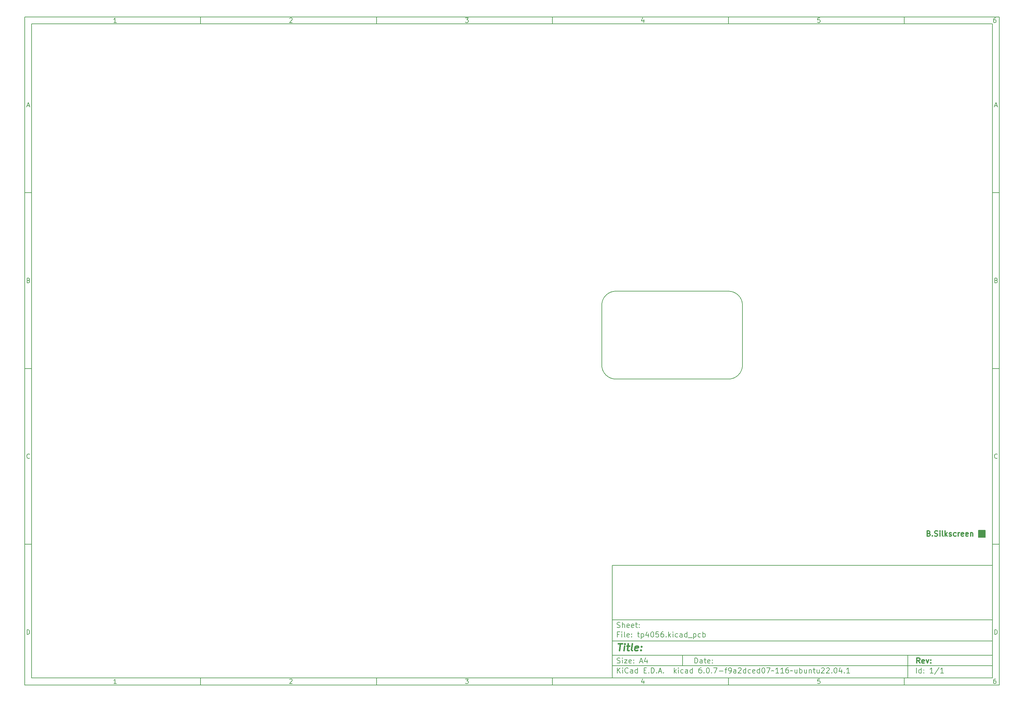
<source format=gbr>
%TF.GenerationSoftware,KiCad,Pcbnew,6.0.7-f9a2dced07~116~ubuntu22.04.1*%
%TF.CreationDate,2022-09-14T12:05:50-03:00*%
%TF.ProjectId,tp4056,74703430-3536-42e6-9b69-6361645f7063,rev?*%
%TF.SameCoordinates,Original*%
%TF.FileFunction,Legend,Bot*%
%TF.FilePolarity,Positive*%
%FSLAX46Y46*%
G04 Gerber Fmt 4.6, Leading zero omitted, Abs format (unit mm)*
G04 Created by KiCad (PCBNEW 6.0.7-f9a2dced07~116~ubuntu22.04.1) date 2022-09-14 12:05:50*
%MOMM*%
%LPD*%
G01*
G04 APERTURE LIST*
%ADD10C,0.100000*%
%ADD11C,0.150000*%
%ADD12C,0.300000*%
%ADD13C,0.400000*%
%TA.AperFunction,Profile*%
%ADD14C,0.150000*%
%TD*%
G04 APERTURE END LIST*
D10*
D11*
X177002200Y-166007200D02*
X177002200Y-198007200D01*
X285002200Y-198007200D01*
X285002200Y-166007200D01*
X177002200Y-166007200D01*
D10*
D11*
X10000000Y-10000000D02*
X10000000Y-200007200D01*
X287002200Y-200007200D01*
X287002200Y-10000000D01*
X10000000Y-10000000D01*
D10*
D11*
X12000000Y-12000000D02*
X12000000Y-198007200D01*
X285002200Y-198007200D01*
X285002200Y-12000000D01*
X12000000Y-12000000D01*
D10*
D11*
X60000000Y-12000000D02*
X60000000Y-10000000D01*
D10*
D11*
X110000000Y-12000000D02*
X110000000Y-10000000D01*
D10*
D11*
X160000000Y-12000000D02*
X160000000Y-10000000D01*
D10*
D11*
X210000000Y-12000000D02*
X210000000Y-10000000D01*
D10*
D11*
X260000000Y-12000000D02*
X260000000Y-10000000D01*
D10*
D11*
X36065476Y-11588095D02*
X35322619Y-11588095D01*
X35694047Y-11588095D02*
X35694047Y-10288095D01*
X35570238Y-10473809D01*
X35446428Y-10597619D01*
X35322619Y-10659523D01*
D10*
D11*
X85322619Y-10411904D02*
X85384523Y-10350000D01*
X85508333Y-10288095D01*
X85817857Y-10288095D01*
X85941666Y-10350000D01*
X86003571Y-10411904D01*
X86065476Y-10535714D01*
X86065476Y-10659523D01*
X86003571Y-10845238D01*
X85260714Y-11588095D01*
X86065476Y-11588095D01*
D10*
D11*
X135260714Y-10288095D02*
X136065476Y-10288095D01*
X135632142Y-10783333D01*
X135817857Y-10783333D01*
X135941666Y-10845238D01*
X136003571Y-10907142D01*
X136065476Y-11030952D01*
X136065476Y-11340476D01*
X136003571Y-11464285D01*
X135941666Y-11526190D01*
X135817857Y-11588095D01*
X135446428Y-11588095D01*
X135322619Y-11526190D01*
X135260714Y-11464285D01*
D10*
D11*
X185941666Y-10721428D02*
X185941666Y-11588095D01*
X185632142Y-10226190D02*
X185322619Y-11154761D01*
X186127380Y-11154761D01*
D10*
D11*
X236003571Y-10288095D02*
X235384523Y-10288095D01*
X235322619Y-10907142D01*
X235384523Y-10845238D01*
X235508333Y-10783333D01*
X235817857Y-10783333D01*
X235941666Y-10845238D01*
X236003571Y-10907142D01*
X236065476Y-11030952D01*
X236065476Y-11340476D01*
X236003571Y-11464285D01*
X235941666Y-11526190D01*
X235817857Y-11588095D01*
X235508333Y-11588095D01*
X235384523Y-11526190D01*
X235322619Y-11464285D01*
D10*
D11*
X285941666Y-10288095D02*
X285694047Y-10288095D01*
X285570238Y-10350000D01*
X285508333Y-10411904D01*
X285384523Y-10597619D01*
X285322619Y-10845238D01*
X285322619Y-11340476D01*
X285384523Y-11464285D01*
X285446428Y-11526190D01*
X285570238Y-11588095D01*
X285817857Y-11588095D01*
X285941666Y-11526190D01*
X286003571Y-11464285D01*
X286065476Y-11340476D01*
X286065476Y-11030952D01*
X286003571Y-10907142D01*
X285941666Y-10845238D01*
X285817857Y-10783333D01*
X285570238Y-10783333D01*
X285446428Y-10845238D01*
X285384523Y-10907142D01*
X285322619Y-11030952D01*
D10*
D11*
X60000000Y-198007200D02*
X60000000Y-200007200D01*
D10*
D11*
X110000000Y-198007200D02*
X110000000Y-200007200D01*
D10*
D11*
X160000000Y-198007200D02*
X160000000Y-200007200D01*
D10*
D11*
X210000000Y-198007200D02*
X210000000Y-200007200D01*
D10*
D11*
X260000000Y-198007200D02*
X260000000Y-200007200D01*
D10*
D11*
X36065476Y-199595295D02*
X35322619Y-199595295D01*
X35694047Y-199595295D02*
X35694047Y-198295295D01*
X35570238Y-198481009D01*
X35446428Y-198604819D01*
X35322619Y-198666723D01*
D10*
D11*
X85322619Y-198419104D02*
X85384523Y-198357200D01*
X85508333Y-198295295D01*
X85817857Y-198295295D01*
X85941666Y-198357200D01*
X86003571Y-198419104D01*
X86065476Y-198542914D01*
X86065476Y-198666723D01*
X86003571Y-198852438D01*
X85260714Y-199595295D01*
X86065476Y-199595295D01*
D10*
D11*
X135260714Y-198295295D02*
X136065476Y-198295295D01*
X135632142Y-198790533D01*
X135817857Y-198790533D01*
X135941666Y-198852438D01*
X136003571Y-198914342D01*
X136065476Y-199038152D01*
X136065476Y-199347676D01*
X136003571Y-199471485D01*
X135941666Y-199533390D01*
X135817857Y-199595295D01*
X135446428Y-199595295D01*
X135322619Y-199533390D01*
X135260714Y-199471485D01*
D10*
D11*
X185941666Y-198728628D02*
X185941666Y-199595295D01*
X185632142Y-198233390D02*
X185322619Y-199161961D01*
X186127380Y-199161961D01*
D10*
D11*
X236003571Y-198295295D02*
X235384523Y-198295295D01*
X235322619Y-198914342D01*
X235384523Y-198852438D01*
X235508333Y-198790533D01*
X235817857Y-198790533D01*
X235941666Y-198852438D01*
X236003571Y-198914342D01*
X236065476Y-199038152D01*
X236065476Y-199347676D01*
X236003571Y-199471485D01*
X235941666Y-199533390D01*
X235817857Y-199595295D01*
X235508333Y-199595295D01*
X235384523Y-199533390D01*
X235322619Y-199471485D01*
D10*
D11*
X285941666Y-198295295D02*
X285694047Y-198295295D01*
X285570238Y-198357200D01*
X285508333Y-198419104D01*
X285384523Y-198604819D01*
X285322619Y-198852438D01*
X285322619Y-199347676D01*
X285384523Y-199471485D01*
X285446428Y-199533390D01*
X285570238Y-199595295D01*
X285817857Y-199595295D01*
X285941666Y-199533390D01*
X286003571Y-199471485D01*
X286065476Y-199347676D01*
X286065476Y-199038152D01*
X286003571Y-198914342D01*
X285941666Y-198852438D01*
X285817857Y-198790533D01*
X285570238Y-198790533D01*
X285446428Y-198852438D01*
X285384523Y-198914342D01*
X285322619Y-199038152D01*
D10*
D11*
X10000000Y-60000000D02*
X12000000Y-60000000D01*
D10*
D11*
X10000000Y-110000000D02*
X12000000Y-110000000D01*
D10*
D11*
X10000000Y-160000000D02*
X12000000Y-160000000D01*
D10*
D11*
X10690476Y-35216666D02*
X11309523Y-35216666D01*
X10566666Y-35588095D02*
X11000000Y-34288095D01*
X11433333Y-35588095D01*
D10*
D11*
X11092857Y-84907142D02*
X11278571Y-84969047D01*
X11340476Y-85030952D01*
X11402380Y-85154761D01*
X11402380Y-85340476D01*
X11340476Y-85464285D01*
X11278571Y-85526190D01*
X11154761Y-85588095D01*
X10659523Y-85588095D01*
X10659523Y-84288095D01*
X11092857Y-84288095D01*
X11216666Y-84350000D01*
X11278571Y-84411904D01*
X11340476Y-84535714D01*
X11340476Y-84659523D01*
X11278571Y-84783333D01*
X11216666Y-84845238D01*
X11092857Y-84907142D01*
X10659523Y-84907142D01*
D10*
D11*
X11402380Y-135464285D02*
X11340476Y-135526190D01*
X11154761Y-135588095D01*
X11030952Y-135588095D01*
X10845238Y-135526190D01*
X10721428Y-135402380D01*
X10659523Y-135278571D01*
X10597619Y-135030952D01*
X10597619Y-134845238D01*
X10659523Y-134597619D01*
X10721428Y-134473809D01*
X10845238Y-134350000D01*
X11030952Y-134288095D01*
X11154761Y-134288095D01*
X11340476Y-134350000D01*
X11402380Y-134411904D01*
D10*
D11*
X10659523Y-185588095D02*
X10659523Y-184288095D01*
X10969047Y-184288095D01*
X11154761Y-184350000D01*
X11278571Y-184473809D01*
X11340476Y-184597619D01*
X11402380Y-184845238D01*
X11402380Y-185030952D01*
X11340476Y-185278571D01*
X11278571Y-185402380D01*
X11154761Y-185526190D01*
X10969047Y-185588095D01*
X10659523Y-185588095D01*
D10*
D11*
X287002200Y-60000000D02*
X285002200Y-60000000D01*
D10*
D11*
X287002200Y-110000000D02*
X285002200Y-110000000D01*
D10*
D11*
X287002200Y-160000000D02*
X285002200Y-160000000D01*
D10*
D11*
X285692676Y-35216666D02*
X286311723Y-35216666D01*
X285568866Y-35588095D02*
X286002200Y-34288095D01*
X286435533Y-35588095D01*
D10*
D11*
X286095057Y-84907142D02*
X286280771Y-84969047D01*
X286342676Y-85030952D01*
X286404580Y-85154761D01*
X286404580Y-85340476D01*
X286342676Y-85464285D01*
X286280771Y-85526190D01*
X286156961Y-85588095D01*
X285661723Y-85588095D01*
X285661723Y-84288095D01*
X286095057Y-84288095D01*
X286218866Y-84350000D01*
X286280771Y-84411904D01*
X286342676Y-84535714D01*
X286342676Y-84659523D01*
X286280771Y-84783333D01*
X286218866Y-84845238D01*
X286095057Y-84907142D01*
X285661723Y-84907142D01*
D10*
D11*
X286404580Y-135464285D02*
X286342676Y-135526190D01*
X286156961Y-135588095D01*
X286033152Y-135588095D01*
X285847438Y-135526190D01*
X285723628Y-135402380D01*
X285661723Y-135278571D01*
X285599819Y-135030952D01*
X285599819Y-134845238D01*
X285661723Y-134597619D01*
X285723628Y-134473809D01*
X285847438Y-134350000D01*
X286033152Y-134288095D01*
X286156961Y-134288095D01*
X286342676Y-134350000D01*
X286404580Y-134411904D01*
D10*
D11*
X285661723Y-185588095D02*
X285661723Y-184288095D01*
X285971247Y-184288095D01*
X286156961Y-184350000D01*
X286280771Y-184473809D01*
X286342676Y-184597619D01*
X286404580Y-184845238D01*
X286404580Y-185030952D01*
X286342676Y-185278571D01*
X286280771Y-185402380D01*
X286156961Y-185526190D01*
X285971247Y-185588095D01*
X285661723Y-185588095D01*
D10*
D11*
X200434342Y-193785771D02*
X200434342Y-192285771D01*
X200791485Y-192285771D01*
X201005771Y-192357200D01*
X201148628Y-192500057D01*
X201220057Y-192642914D01*
X201291485Y-192928628D01*
X201291485Y-193142914D01*
X201220057Y-193428628D01*
X201148628Y-193571485D01*
X201005771Y-193714342D01*
X200791485Y-193785771D01*
X200434342Y-193785771D01*
X202577200Y-193785771D02*
X202577200Y-193000057D01*
X202505771Y-192857200D01*
X202362914Y-192785771D01*
X202077200Y-192785771D01*
X201934342Y-192857200D01*
X202577200Y-193714342D02*
X202434342Y-193785771D01*
X202077200Y-193785771D01*
X201934342Y-193714342D01*
X201862914Y-193571485D01*
X201862914Y-193428628D01*
X201934342Y-193285771D01*
X202077200Y-193214342D01*
X202434342Y-193214342D01*
X202577200Y-193142914D01*
X203077200Y-192785771D02*
X203648628Y-192785771D01*
X203291485Y-192285771D02*
X203291485Y-193571485D01*
X203362914Y-193714342D01*
X203505771Y-193785771D01*
X203648628Y-193785771D01*
X204720057Y-193714342D02*
X204577200Y-193785771D01*
X204291485Y-193785771D01*
X204148628Y-193714342D01*
X204077200Y-193571485D01*
X204077200Y-193000057D01*
X204148628Y-192857200D01*
X204291485Y-192785771D01*
X204577200Y-192785771D01*
X204720057Y-192857200D01*
X204791485Y-193000057D01*
X204791485Y-193142914D01*
X204077200Y-193285771D01*
X205434342Y-193642914D02*
X205505771Y-193714342D01*
X205434342Y-193785771D01*
X205362914Y-193714342D01*
X205434342Y-193642914D01*
X205434342Y-193785771D01*
X205434342Y-192857200D02*
X205505771Y-192928628D01*
X205434342Y-193000057D01*
X205362914Y-192928628D01*
X205434342Y-192857200D01*
X205434342Y-193000057D01*
D10*
D11*
X177002200Y-194507200D02*
X285002200Y-194507200D01*
D10*
D11*
X178434342Y-196585771D02*
X178434342Y-195085771D01*
X179291485Y-196585771D02*
X178648628Y-195728628D01*
X179291485Y-195085771D02*
X178434342Y-195942914D01*
X179934342Y-196585771D02*
X179934342Y-195585771D01*
X179934342Y-195085771D02*
X179862914Y-195157200D01*
X179934342Y-195228628D01*
X180005771Y-195157200D01*
X179934342Y-195085771D01*
X179934342Y-195228628D01*
X181505771Y-196442914D02*
X181434342Y-196514342D01*
X181220057Y-196585771D01*
X181077200Y-196585771D01*
X180862914Y-196514342D01*
X180720057Y-196371485D01*
X180648628Y-196228628D01*
X180577200Y-195942914D01*
X180577200Y-195728628D01*
X180648628Y-195442914D01*
X180720057Y-195300057D01*
X180862914Y-195157200D01*
X181077200Y-195085771D01*
X181220057Y-195085771D01*
X181434342Y-195157200D01*
X181505771Y-195228628D01*
X182791485Y-196585771D02*
X182791485Y-195800057D01*
X182720057Y-195657200D01*
X182577200Y-195585771D01*
X182291485Y-195585771D01*
X182148628Y-195657200D01*
X182791485Y-196514342D02*
X182648628Y-196585771D01*
X182291485Y-196585771D01*
X182148628Y-196514342D01*
X182077200Y-196371485D01*
X182077200Y-196228628D01*
X182148628Y-196085771D01*
X182291485Y-196014342D01*
X182648628Y-196014342D01*
X182791485Y-195942914D01*
X184148628Y-196585771D02*
X184148628Y-195085771D01*
X184148628Y-196514342D02*
X184005771Y-196585771D01*
X183720057Y-196585771D01*
X183577200Y-196514342D01*
X183505771Y-196442914D01*
X183434342Y-196300057D01*
X183434342Y-195871485D01*
X183505771Y-195728628D01*
X183577200Y-195657200D01*
X183720057Y-195585771D01*
X184005771Y-195585771D01*
X184148628Y-195657200D01*
X186005771Y-195800057D02*
X186505771Y-195800057D01*
X186720057Y-196585771D02*
X186005771Y-196585771D01*
X186005771Y-195085771D01*
X186720057Y-195085771D01*
X187362914Y-196442914D02*
X187434342Y-196514342D01*
X187362914Y-196585771D01*
X187291485Y-196514342D01*
X187362914Y-196442914D01*
X187362914Y-196585771D01*
X188077200Y-196585771D02*
X188077200Y-195085771D01*
X188434342Y-195085771D01*
X188648628Y-195157200D01*
X188791485Y-195300057D01*
X188862914Y-195442914D01*
X188934342Y-195728628D01*
X188934342Y-195942914D01*
X188862914Y-196228628D01*
X188791485Y-196371485D01*
X188648628Y-196514342D01*
X188434342Y-196585771D01*
X188077200Y-196585771D01*
X189577200Y-196442914D02*
X189648628Y-196514342D01*
X189577200Y-196585771D01*
X189505771Y-196514342D01*
X189577200Y-196442914D01*
X189577200Y-196585771D01*
X190220057Y-196157200D02*
X190934342Y-196157200D01*
X190077200Y-196585771D02*
X190577200Y-195085771D01*
X191077200Y-196585771D01*
X191577200Y-196442914D02*
X191648628Y-196514342D01*
X191577200Y-196585771D01*
X191505771Y-196514342D01*
X191577200Y-196442914D01*
X191577200Y-196585771D01*
X194577200Y-196585771D02*
X194577200Y-195085771D01*
X194720057Y-196014342D02*
X195148628Y-196585771D01*
X195148628Y-195585771D02*
X194577200Y-196157200D01*
X195791485Y-196585771D02*
X195791485Y-195585771D01*
X195791485Y-195085771D02*
X195720057Y-195157200D01*
X195791485Y-195228628D01*
X195862914Y-195157200D01*
X195791485Y-195085771D01*
X195791485Y-195228628D01*
X197148628Y-196514342D02*
X197005771Y-196585771D01*
X196720057Y-196585771D01*
X196577200Y-196514342D01*
X196505771Y-196442914D01*
X196434342Y-196300057D01*
X196434342Y-195871485D01*
X196505771Y-195728628D01*
X196577200Y-195657200D01*
X196720057Y-195585771D01*
X197005771Y-195585771D01*
X197148628Y-195657200D01*
X198434342Y-196585771D02*
X198434342Y-195800057D01*
X198362914Y-195657200D01*
X198220057Y-195585771D01*
X197934342Y-195585771D01*
X197791485Y-195657200D01*
X198434342Y-196514342D02*
X198291485Y-196585771D01*
X197934342Y-196585771D01*
X197791485Y-196514342D01*
X197720057Y-196371485D01*
X197720057Y-196228628D01*
X197791485Y-196085771D01*
X197934342Y-196014342D01*
X198291485Y-196014342D01*
X198434342Y-195942914D01*
X199791485Y-196585771D02*
X199791485Y-195085771D01*
X199791485Y-196514342D02*
X199648628Y-196585771D01*
X199362914Y-196585771D01*
X199220057Y-196514342D01*
X199148628Y-196442914D01*
X199077200Y-196300057D01*
X199077200Y-195871485D01*
X199148628Y-195728628D01*
X199220057Y-195657200D01*
X199362914Y-195585771D01*
X199648628Y-195585771D01*
X199791485Y-195657200D01*
X202291485Y-195085771D02*
X202005771Y-195085771D01*
X201862914Y-195157200D01*
X201791485Y-195228628D01*
X201648628Y-195442914D01*
X201577200Y-195728628D01*
X201577200Y-196300057D01*
X201648628Y-196442914D01*
X201720057Y-196514342D01*
X201862914Y-196585771D01*
X202148628Y-196585771D01*
X202291485Y-196514342D01*
X202362914Y-196442914D01*
X202434342Y-196300057D01*
X202434342Y-195942914D01*
X202362914Y-195800057D01*
X202291485Y-195728628D01*
X202148628Y-195657200D01*
X201862914Y-195657200D01*
X201720057Y-195728628D01*
X201648628Y-195800057D01*
X201577200Y-195942914D01*
X203077200Y-196442914D02*
X203148628Y-196514342D01*
X203077200Y-196585771D01*
X203005771Y-196514342D01*
X203077200Y-196442914D01*
X203077200Y-196585771D01*
X204077200Y-195085771D02*
X204220057Y-195085771D01*
X204362914Y-195157200D01*
X204434342Y-195228628D01*
X204505771Y-195371485D01*
X204577200Y-195657200D01*
X204577200Y-196014342D01*
X204505771Y-196300057D01*
X204434342Y-196442914D01*
X204362914Y-196514342D01*
X204220057Y-196585771D01*
X204077200Y-196585771D01*
X203934342Y-196514342D01*
X203862914Y-196442914D01*
X203791485Y-196300057D01*
X203720057Y-196014342D01*
X203720057Y-195657200D01*
X203791485Y-195371485D01*
X203862914Y-195228628D01*
X203934342Y-195157200D01*
X204077200Y-195085771D01*
X205220057Y-196442914D02*
X205291485Y-196514342D01*
X205220057Y-196585771D01*
X205148628Y-196514342D01*
X205220057Y-196442914D01*
X205220057Y-196585771D01*
X205791485Y-195085771D02*
X206791485Y-195085771D01*
X206148628Y-196585771D01*
X207362914Y-196014342D02*
X208505771Y-196014342D01*
X209005771Y-195585771D02*
X209577200Y-195585771D01*
X209220057Y-196585771D02*
X209220057Y-195300057D01*
X209291485Y-195157200D01*
X209434342Y-195085771D01*
X209577200Y-195085771D01*
X210148628Y-196585771D02*
X210434342Y-196585771D01*
X210577200Y-196514342D01*
X210648628Y-196442914D01*
X210791485Y-196228628D01*
X210862914Y-195942914D01*
X210862914Y-195371485D01*
X210791485Y-195228628D01*
X210720057Y-195157200D01*
X210577200Y-195085771D01*
X210291485Y-195085771D01*
X210148628Y-195157200D01*
X210077200Y-195228628D01*
X210005771Y-195371485D01*
X210005771Y-195728628D01*
X210077200Y-195871485D01*
X210148628Y-195942914D01*
X210291485Y-196014342D01*
X210577200Y-196014342D01*
X210720057Y-195942914D01*
X210791485Y-195871485D01*
X210862914Y-195728628D01*
X212148628Y-196585771D02*
X212148628Y-195800057D01*
X212077200Y-195657200D01*
X211934342Y-195585771D01*
X211648628Y-195585771D01*
X211505771Y-195657200D01*
X212148628Y-196514342D02*
X212005771Y-196585771D01*
X211648628Y-196585771D01*
X211505771Y-196514342D01*
X211434342Y-196371485D01*
X211434342Y-196228628D01*
X211505771Y-196085771D01*
X211648628Y-196014342D01*
X212005771Y-196014342D01*
X212148628Y-195942914D01*
X212791485Y-195228628D02*
X212862914Y-195157200D01*
X213005771Y-195085771D01*
X213362914Y-195085771D01*
X213505771Y-195157200D01*
X213577200Y-195228628D01*
X213648628Y-195371485D01*
X213648628Y-195514342D01*
X213577200Y-195728628D01*
X212720057Y-196585771D01*
X213648628Y-196585771D01*
X214934342Y-196585771D02*
X214934342Y-195085771D01*
X214934342Y-196514342D02*
X214791485Y-196585771D01*
X214505771Y-196585771D01*
X214362914Y-196514342D01*
X214291485Y-196442914D01*
X214220057Y-196300057D01*
X214220057Y-195871485D01*
X214291485Y-195728628D01*
X214362914Y-195657200D01*
X214505771Y-195585771D01*
X214791485Y-195585771D01*
X214934342Y-195657200D01*
X216291485Y-196514342D02*
X216148628Y-196585771D01*
X215862914Y-196585771D01*
X215720057Y-196514342D01*
X215648628Y-196442914D01*
X215577200Y-196300057D01*
X215577200Y-195871485D01*
X215648628Y-195728628D01*
X215720057Y-195657200D01*
X215862914Y-195585771D01*
X216148628Y-195585771D01*
X216291485Y-195657200D01*
X217505771Y-196514342D02*
X217362914Y-196585771D01*
X217077200Y-196585771D01*
X216934342Y-196514342D01*
X216862914Y-196371485D01*
X216862914Y-195800057D01*
X216934342Y-195657200D01*
X217077200Y-195585771D01*
X217362914Y-195585771D01*
X217505771Y-195657200D01*
X217577200Y-195800057D01*
X217577200Y-195942914D01*
X216862914Y-196085771D01*
X218862914Y-196585771D02*
X218862914Y-195085771D01*
X218862914Y-196514342D02*
X218720057Y-196585771D01*
X218434342Y-196585771D01*
X218291485Y-196514342D01*
X218220057Y-196442914D01*
X218148628Y-196300057D01*
X218148628Y-195871485D01*
X218220057Y-195728628D01*
X218291485Y-195657200D01*
X218434342Y-195585771D01*
X218720057Y-195585771D01*
X218862914Y-195657200D01*
X219862914Y-195085771D02*
X220005771Y-195085771D01*
X220148628Y-195157200D01*
X220220057Y-195228628D01*
X220291485Y-195371485D01*
X220362914Y-195657200D01*
X220362914Y-196014342D01*
X220291485Y-196300057D01*
X220220057Y-196442914D01*
X220148628Y-196514342D01*
X220005771Y-196585771D01*
X219862914Y-196585771D01*
X219720057Y-196514342D01*
X219648628Y-196442914D01*
X219577200Y-196300057D01*
X219505771Y-196014342D01*
X219505771Y-195657200D01*
X219577200Y-195371485D01*
X219648628Y-195228628D01*
X219720057Y-195157200D01*
X219862914Y-195085771D01*
X220862914Y-195085771D02*
X221862914Y-195085771D01*
X221220057Y-196585771D01*
X222220057Y-196014342D02*
X222291485Y-195942914D01*
X222434342Y-195871485D01*
X222720057Y-196014342D01*
X222862914Y-195942914D01*
X222934342Y-195871485D01*
X224291485Y-196585771D02*
X223434342Y-196585771D01*
X223862914Y-196585771D02*
X223862914Y-195085771D01*
X223720057Y-195300057D01*
X223577200Y-195442914D01*
X223434342Y-195514342D01*
X225720057Y-196585771D02*
X224862914Y-196585771D01*
X225291485Y-196585771D02*
X225291485Y-195085771D01*
X225148628Y-195300057D01*
X225005771Y-195442914D01*
X224862914Y-195514342D01*
X227005771Y-195085771D02*
X226720057Y-195085771D01*
X226577200Y-195157200D01*
X226505771Y-195228628D01*
X226362914Y-195442914D01*
X226291485Y-195728628D01*
X226291485Y-196300057D01*
X226362914Y-196442914D01*
X226434342Y-196514342D01*
X226577200Y-196585771D01*
X226862914Y-196585771D01*
X227005771Y-196514342D01*
X227077200Y-196442914D01*
X227148628Y-196300057D01*
X227148628Y-195942914D01*
X227077200Y-195800057D01*
X227005771Y-195728628D01*
X226862914Y-195657200D01*
X226577200Y-195657200D01*
X226434342Y-195728628D01*
X226362914Y-195800057D01*
X226291485Y-195942914D01*
X227577199Y-196014342D02*
X227648628Y-195942914D01*
X227791485Y-195871485D01*
X228077199Y-196014342D01*
X228220057Y-195942914D01*
X228291485Y-195871485D01*
X229505771Y-195585771D02*
X229505771Y-196585771D01*
X228862914Y-195585771D02*
X228862914Y-196371485D01*
X228934342Y-196514342D01*
X229077200Y-196585771D01*
X229291485Y-196585771D01*
X229434342Y-196514342D01*
X229505771Y-196442914D01*
X230220057Y-196585771D02*
X230220057Y-195085771D01*
X230220057Y-195657200D02*
X230362914Y-195585771D01*
X230648628Y-195585771D01*
X230791485Y-195657200D01*
X230862914Y-195728628D01*
X230934342Y-195871485D01*
X230934342Y-196300057D01*
X230862914Y-196442914D01*
X230791485Y-196514342D01*
X230648628Y-196585771D01*
X230362914Y-196585771D01*
X230220057Y-196514342D01*
X232220057Y-195585771D02*
X232220057Y-196585771D01*
X231577200Y-195585771D02*
X231577200Y-196371485D01*
X231648628Y-196514342D01*
X231791485Y-196585771D01*
X232005771Y-196585771D01*
X232148628Y-196514342D01*
X232220057Y-196442914D01*
X232934342Y-195585771D02*
X232934342Y-196585771D01*
X232934342Y-195728628D02*
X233005771Y-195657200D01*
X233148628Y-195585771D01*
X233362914Y-195585771D01*
X233505771Y-195657200D01*
X233577200Y-195800057D01*
X233577200Y-196585771D01*
X234077200Y-195585771D02*
X234648628Y-195585771D01*
X234291485Y-195085771D02*
X234291485Y-196371485D01*
X234362914Y-196514342D01*
X234505771Y-196585771D01*
X234648628Y-196585771D01*
X235791485Y-195585771D02*
X235791485Y-196585771D01*
X235148628Y-195585771D02*
X235148628Y-196371485D01*
X235220057Y-196514342D01*
X235362914Y-196585771D01*
X235577200Y-196585771D01*
X235720057Y-196514342D01*
X235791485Y-196442914D01*
X236434342Y-195228628D02*
X236505771Y-195157200D01*
X236648628Y-195085771D01*
X237005771Y-195085771D01*
X237148628Y-195157200D01*
X237220057Y-195228628D01*
X237291485Y-195371485D01*
X237291485Y-195514342D01*
X237220057Y-195728628D01*
X236362914Y-196585771D01*
X237291485Y-196585771D01*
X237862914Y-195228628D02*
X237934342Y-195157200D01*
X238077200Y-195085771D01*
X238434342Y-195085771D01*
X238577200Y-195157200D01*
X238648628Y-195228628D01*
X238720057Y-195371485D01*
X238720057Y-195514342D01*
X238648628Y-195728628D01*
X237791485Y-196585771D01*
X238720057Y-196585771D01*
X239362914Y-196442914D02*
X239434342Y-196514342D01*
X239362914Y-196585771D01*
X239291485Y-196514342D01*
X239362914Y-196442914D01*
X239362914Y-196585771D01*
X240362914Y-195085771D02*
X240505771Y-195085771D01*
X240648628Y-195157200D01*
X240720057Y-195228628D01*
X240791485Y-195371485D01*
X240862914Y-195657200D01*
X240862914Y-196014342D01*
X240791485Y-196300057D01*
X240720057Y-196442914D01*
X240648628Y-196514342D01*
X240505771Y-196585771D01*
X240362914Y-196585771D01*
X240220057Y-196514342D01*
X240148628Y-196442914D01*
X240077200Y-196300057D01*
X240005771Y-196014342D01*
X240005771Y-195657200D01*
X240077200Y-195371485D01*
X240148628Y-195228628D01*
X240220057Y-195157200D01*
X240362914Y-195085771D01*
X242148628Y-195585771D02*
X242148628Y-196585771D01*
X241791485Y-195014342D02*
X241434342Y-196085771D01*
X242362914Y-196085771D01*
X242934342Y-196442914D02*
X243005771Y-196514342D01*
X242934342Y-196585771D01*
X242862914Y-196514342D01*
X242934342Y-196442914D01*
X242934342Y-196585771D01*
X244434342Y-196585771D02*
X243577199Y-196585771D01*
X244005771Y-196585771D02*
X244005771Y-195085771D01*
X243862914Y-195300057D01*
X243720057Y-195442914D01*
X243577199Y-195514342D01*
D10*
D11*
X177002200Y-191507200D02*
X285002200Y-191507200D01*
D10*
D12*
X264411485Y-193785771D02*
X263911485Y-193071485D01*
X263554342Y-193785771D02*
X263554342Y-192285771D01*
X264125771Y-192285771D01*
X264268628Y-192357200D01*
X264340057Y-192428628D01*
X264411485Y-192571485D01*
X264411485Y-192785771D01*
X264340057Y-192928628D01*
X264268628Y-193000057D01*
X264125771Y-193071485D01*
X263554342Y-193071485D01*
X265625771Y-193714342D02*
X265482914Y-193785771D01*
X265197200Y-193785771D01*
X265054342Y-193714342D01*
X264982914Y-193571485D01*
X264982914Y-193000057D01*
X265054342Y-192857200D01*
X265197200Y-192785771D01*
X265482914Y-192785771D01*
X265625771Y-192857200D01*
X265697200Y-193000057D01*
X265697200Y-193142914D01*
X264982914Y-193285771D01*
X266197200Y-192785771D02*
X266554342Y-193785771D01*
X266911485Y-192785771D01*
X267482914Y-193642914D02*
X267554342Y-193714342D01*
X267482914Y-193785771D01*
X267411485Y-193714342D01*
X267482914Y-193642914D01*
X267482914Y-193785771D01*
X267482914Y-192857200D02*
X267554342Y-192928628D01*
X267482914Y-193000057D01*
X267411485Y-192928628D01*
X267482914Y-192857200D01*
X267482914Y-193000057D01*
D10*
D11*
X178362914Y-193714342D02*
X178577200Y-193785771D01*
X178934342Y-193785771D01*
X179077200Y-193714342D01*
X179148628Y-193642914D01*
X179220057Y-193500057D01*
X179220057Y-193357200D01*
X179148628Y-193214342D01*
X179077200Y-193142914D01*
X178934342Y-193071485D01*
X178648628Y-193000057D01*
X178505771Y-192928628D01*
X178434342Y-192857200D01*
X178362914Y-192714342D01*
X178362914Y-192571485D01*
X178434342Y-192428628D01*
X178505771Y-192357200D01*
X178648628Y-192285771D01*
X179005771Y-192285771D01*
X179220057Y-192357200D01*
X179862914Y-193785771D02*
X179862914Y-192785771D01*
X179862914Y-192285771D02*
X179791485Y-192357200D01*
X179862914Y-192428628D01*
X179934342Y-192357200D01*
X179862914Y-192285771D01*
X179862914Y-192428628D01*
X180434342Y-192785771D02*
X181220057Y-192785771D01*
X180434342Y-193785771D01*
X181220057Y-193785771D01*
X182362914Y-193714342D02*
X182220057Y-193785771D01*
X181934342Y-193785771D01*
X181791485Y-193714342D01*
X181720057Y-193571485D01*
X181720057Y-193000057D01*
X181791485Y-192857200D01*
X181934342Y-192785771D01*
X182220057Y-192785771D01*
X182362914Y-192857200D01*
X182434342Y-193000057D01*
X182434342Y-193142914D01*
X181720057Y-193285771D01*
X183077200Y-193642914D02*
X183148628Y-193714342D01*
X183077200Y-193785771D01*
X183005771Y-193714342D01*
X183077200Y-193642914D01*
X183077200Y-193785771D01*
X183077200Y-192857200D02*
X183148628Y-192928628D01*
X183077200Y-193000057D01*
X183005771Y-192928628D01*
X183077200Y-192857200D01*
X183077200Y-193000057D01*
X184862914Y-193357200D02*
X185577200Y-193357200D01*
X184720057Y-193785771D02*
X185220057Y-192285771D01*
X185720057Y-193785771D01*
X186862914Y-192785771D02*
X186862914Y-193785771D01*
X186505771Y-192214342D02*
X186148628Y-193285771D01*
X187077200Y-193285771D01*
D10*
D11*
X263434342Y-196585771D02*
X263434342Y-195085771D01*
X264791485Y-196585771D02*
X264791485Y-195085771D01*
X264791485Y-196514342D02*
X264648628Y-196585771D01*
X264362914Y-196585771D01*
X264220057Y-196514342D01*
X264148628Y-196442914D01*
X264077200Y-196300057D01*
X264077200Y-195871485D01*
X264148628Y-195728628D01*
X264220057Y-195657200D01*
X264362914Y-195585771D01*
X264648628Y-195585771D01*
X264791485Y-195657200D01*
X265505771Y-196442914D02*
X265577200Y-196514342D01*
X265505771Y-196585771D01*
X265434342Y-196514342D01*
X265505771Y-196442914D01*
X265505771Y-196585771D01*
X265505771Y-195657200D02*
X265577200Y-195728628D01*
X265505771Y-195800057D01*
X265434342Y-195728628D01*
X265505771Y-195657200D01*
X265505771Y-195800057D01*
X268148628Y-196585771D02*
X267291485Y-196585771D01*
X267720057Y-196585771D02*
X267720057Y-195085771D01*
X267577200Y-195300057D01*
X267434342Y-195442914D01*
X267291485Y-195514342D01*
X269862914Y-195014342D02*
X268577200Y-196942914D01*
X271148628Y-196585771D02*
X270291485Y-196585771D01*
X270720057Y-196585771D02*
X270720057Y-195085771D01*
X270577200Y-195300057D01*
X270434342Y-195442914D01*
X270291485Y-195514342D01*
D10*
D11*
X177002200Y-187507200D02*
X285002200Y-187507200D01*
D10*
D13*
X178714580Y-188211961D02*
X179857438Y-188211961D01*
X179036009Y-190211961D02*
X179286009Y-188211961D01*
X180274104Y-190211961D02*
X180440771Y-188878628D01*
X180524104Y-188211961D02*
X180416961Y-188307200D01*
X180500295Y-188402438D01*
X180607438Y-188307200D01*
X180524104Y-188211961D01*
X180500295Y-188402438D01*
X181107438Y-188878628D02*
X181869342Y-188878628D01*
X181476485Y-188211961D02*
X181262200Y-189926247D01*
X181333628Y-190116723D01*
X181512200Y-190211961D01*
X181702676Y-190211961D01*
X182655057Y-190211961D02*
X182476485Y-190116723D01*
X182405057Y-189926247D01*
X182619342Y-188211961D01*
X184190771Y-190116723D02*
X183988390Y-190211961D01*
X183607438Y-190211961D01*
X183428866Y-190116723D01*
X183357438Y-189926247D01*
X183452676Y-189164342D01*
X183571723Y-188973866D01*
X183774104Y-188878628D01*
X184155057Y-188878628D01*
X184333628Y-188973866D01*
X184405057Y-189164342D01*
X184381247Y-189354819D01*
X183405057Y-189545295D01*
X185155057Y-190021485D02*
X185238390Y-190116723D01*
X185131247Y-190211961D01*
X185047914Y-190116723D01*
X185155057Y-190021485D01*
X185131247Y-190211961D01*
X185286009Y-188973866D02*
X185369342Y-189069104D01*
X185262200Y-189164342D01*
X185178866Y-189069104D01*
X185286009Y-188973866D01*
X185262200Y-189164342D01*
D10*
D11*
X178934342Y-185600057D02*
X178434342Y-185600057D01*
X178434342Y-186385771D02*
X178434342Y-184885771D01*
X179148628Y-184885771D01*
X179720057Y-186385771D02*
X179720057Y-185385771D01*
X179720057Y-184885771D02*
X179648628Y-184957200D01*
X179720057Y-185028628D01*
X179791485Y-184957200D01*
X179720057Y-184885771D01*
X179720057Y-185028628D01*
X180648628Y-186385771D02*
X180505771Y-186314342D01*
X180434342Y-186171485D01*
X180434342Y-184885771D01*
X181791485Y-186314342D02*
X181648628Y-186385771D01*
X181362914Y-186385771D01*
X181220057Y-186314342D01*
X181148628Y-186171485D01*
X181148628Y-185600057D01*
X181220057Y-185457200D01*
X181362914Y-185385771D01*
X181648628Y-185385771D01*
X181791485Y-185457200D01*
X181862914Y-185600057D01*
X181862914Y-185742914D01*
X181148628Y-185885771D01*
X182505771Y-186242914D02*
X182577200Y-186314342D01*
X182505771Y-186385771D01*
X182434342Y-186314342D01*
X182505771Y-186242914D01*
X182505771Y-186385771D01*
X182505771Y-185457200D02*
X182577200Y-185528628D01*
X182505771Y-185600057D01*
X182434342Y-185528628D01*
X182505771Y-185457200D01*
X182505771Y-185600057D01*
X184148628Y-185385771D02*
X184720057Y-185385771D01*
X184362914Y-184885771D02*
X184362914Y-186171485D01*
X184434342Y-186314342D01*
X184577200Y-186385771D01*
X184720057Y-186385771D01*
X185220057Y-185385771D02*
X185220057Y-186885771D01*
X185220057Y-185457200D02*
X185362914Y-185385771D01*
X185648628Y-185385771D01*
X185791485Y-185457200D01*
X185862914Y-185528628D01*
X185934342Y-185671485D01*
X185934342Y-186100057D01*
X185862914Y-186242914D01*
X185791485Y-186314342D01*
X185648628Y-186385771D01*
X185362914Y-186385771D01*
X185220057Y-186314342D01*
X187220057Y-185385771D02*
X187220057Y-186385771D01*
X186862914Y-184814342D02*
X186505771Y-185885771D01*
X187434342Y-185885771D01*
X188291485Y-184885771D02*
X188434342Y-184885771D01*
X188577200Y-184957200D01*
X188648628Y-185028628D01*
X188720057Y-185171485D01*
X188791485Y-185457200D01*
X188791485Y-185814342D01*
X188720057Y-186100057D01*
X188648628Y-186242914D01*
X188577200Y-186314342D01*
X188434342Y-186385771D01*
X188291485Y-186385771D01*
X188148628Y-186314342D01*
X188077200Y-186242914D01*
X188005771Y-186100057D01*
X187934342Y-185814342D01*
X187934342Y-185457200D01*
X188005771Y-185171485D01*
X188077200Y-185028628D01*
X188148628Y-184957200D01*
X188291485Y-184885771D01*
X190148628Y-184885771D02*
X189434342Y-184885771D01*
X189362914Y-185600057D01*
X189434342Y-185528628D01*
X189577200Y-185457200D01*
X189934342Y-185457200D01*
X190077200Y-185528628D01*
X190148628Y-185600057D01*
X190220057Y-185742914D01*
X190220057Y-186100057D01*
X190148628Y-186242914D01*
X190077200Y-186314342D01*
X189934342Y-186385771D01*
X189577200Y-186385771D01*
X189434342Y-186314342D01*
X189362914Y-186242914D01*
X191505771Y-184885771D02*
X191220057Y-184885771D01*
X191077200Y-184957200D01*
X191005771Y-185028628D01*
X190862914Y-185242914D01*
X190791485Y-185528628D01*
X190791485Y-186100057D01*
X190862914Y-186242914D01*
X190934342Y-186314342D01*
X191077200Y-186385771D01*
X191362914Y-186385771D01*
X191505771Y-186314342D01*
X191577200Y-186242914D01*
X191648628Y-186100057D01*
X191648628Y-185742914D01*
X191577200Y-185600057D01*
X191505771Y-185528628D01*
X191362914Y-185457200D01*
X191077200Y-185457200D01*
X190934342Y-185528628D01*
X190862914Y-185600057D01*
X190791485Y-185742914D01*
X192291485Y-186242914D02*
X192362914Y-186314342D01*
X192291485Y-186385771D01*
X192220057Y-186314342D01*
X192291485Y-186242914D01*
X192291485Y-186385771D01*
X193005771Y-186385771D02*
X193005771Y-184885771D01*
X193148628Y-185814342D02*
X193577200Y-186385771D01*
X193577200Y-185385771D02*
X193005771Y-185957200D01*
X194220057Y-186385771D02*
X194220057Y-185385771D01*
X194220057Y-184885771D02*
X194148628Y-184957200D01*
X194220057Y-185028628D01*
X194291485Y-184957200D01*
X194220057Y-184885771D01*
X194220057Y-185028628D01*
X195577200Y-186314342D02*
X195434342Y-186385771D01*
X195148628Y-186385771D01*
X195005771Y-186314342D01*
X194934342Y-186242914D01*
X194862914Y-186100057D01*
X194862914Y-185671485D01*
X194934342Y-185528628D01*
X195005771Y-185457200D01*
X195148628Y-185385771D01*
X195434342Y-185385771D01*
X195577200Y-185457200D01*
X196862914Y-186385771D02*
X196862914Y-185600057D01*
X196791485Y-185457200D01*
X196648628Y-185385771D01*
X196362914Y-185385771D01*
X196220057Y-185457200D01*
X196862914Y-186314342D02*
X196720057Y-186385771D01*
X196362914Y-186385771D01*
X196220057Y-186314342D01*
X196148628Y-186171485D01*
X196148628Y-186028628D01*
X196220057Y-185885771D01*
X196362914Y-185814342D01*
X196720057Y-185814342D01*
X196862914Y-185742914D01*
X198220057Y-186385771D02*
X198220057Y-184885771D01*
X198220057Y-186314342D02*
X198077200Y-186385771D01*
X197791485Y-186385771D01*
X197648628Y-186314342D01*
X197577200Y-186242914D01*
X197505771Y-186100057D01*
X197505771Y-185671485D01*
X197577200Y-185528628D01*
X197648628Y-185457200D01*
X197791485Y-185385771D01*
X198077200Y-185385771D01*
X198220057Y-185457200D01*
X198577200Y-186528628D02*
X199720057Y-186528628D01*
X200077200Y-185385771D02*
X200077200Y-186885771D01*
X200077200Y-185457200D02*
X200220057Y-185385771D01*
X200505771Y-185385771D01*
X200648628Y-185457200D01*
X200720057Y-185528628D01*
X200791485Y-185671485D01*
X200791485Y-186100057D01*
X200720057Y-186242914D01*
X200648628Y-186314342D01*
X200505771Y-186385771D01*
X200220057Y-186385771D01*
X200077200Y-186314342D01*
X202077200Y-186314342D02*
X201934342Y-186385771D01*
X201648628Y-186385771D01*
X201505771Y-186314342D01*
X201434342Y-186242914D01*
X201362914Y-186100057D01*
X201362914Y-185671485D01*
X201434342Y-185528628D01*
X201505771Y-185457200D01*
X201648628Y-185385771D01*
X201934342Y-185385771D01*
X202077200Y-185457200D01*
X202720057Y-186385771D02*
X202720057Y-184885771D01*
X202720057Y-185457200D02*
X202862914Y-185385771D01*
X203148628Y-185385771D01*
X203291485Y-185457200D01*
X203362914Y-185528628D01*
X203434342Y-185671485D01*
X203434342Y-186100057D01*
X203362914Y-186242914D01*
X203291485Y-186314342D01*
X203148628Y-186385771D01*
X202862914Y-186385771D01*
X202720057Y-186314342D01*
D10*
D11*
X177002200Y-181507200D02*
X285002200Y-181507200D01*
D10*
D11*
X178362914Y-183614342D02*
X178577200Y-183685771D01*
X178934342Y-183685771D01*
X179077200Y-183614342D01*
X179148628Y-183542914D01*
X179220057Y-183400057D01*
X179220057Y-183257200D01*
X179148628Y-183114342D01*
X179077200Y-183042914D01*
X178934342Y-182971485D01*
X178648628Y-182900057D01*
X178505771Y-182828628D01*
X178434342Y-182757200D01*
X178362914Y-182614342D01*
X178362914Y-182471485D01*
X178434342Y-182328628D01*
X178505771Y-182257200D01*
X178648628Y-182185771D01*
X179005771Y-182185771D01*
X179220057Y-182257200D01*
X179862914Y-183685771D02*
X179862914Y-182185771D01*
X180505771Y-183685771D02*
X180505771Y-182900057D01*
X180434342Y-182757200D01*
X180291485Y-182685771D01*
X180077200Y-182685771D01*
X179934342Y-182757200D01*
X179862914Y-182828628D01*
X181791485Y-183614342D02*
X181648628Y-183685771D01*
X181362914Y-183685771D01*
X181220057Y-183614342D01*
X181148628Y-183471485D01*
X181148628Y-182900057D01*
X181220057Y-182757200D01*
X181362914Y-182685771D01*
X181648628Y-182685771D01*
X181791485Y-182757200D01*
X181862914Y-182900057D01*
X181862914Y-183042914D01*
X181148628Y-183185771D01*
X183077200Y-183614342D02*
X182934342Y-183685771D01*
X182648628Y-183685771D01*
X182505771Y-183614342D01*
X182434342Y-183471485D01*
X182434342Y-182900057D01*
X182505771Y-182757200D01*
X182648628Y-182685771D01*
X182934342Y-182685771D01*
X183077200Y-182757200D01*
X183148628Y-182900057D01*
X183148628Y-183042914D01*
X182434342Y-183185771D01*
X183577200Y-182685771D02*
X184148628Y-182685771D01*
X183791485Y-182185771D02*
X183791485Y-183471485D01*
X183862914Y-183614342D01*
X184005771Y-183685771D01*
X184148628Y-183685771D01*
X184648628Y-183542914D02*
X184720057Y-183614342D01*
X184648628Y-183685771D01*
X184577200Y-183614342D01*
X184648628Y-183542914D01*
X184648628Y-183685771D01*
X184648628Y-182757200D02*
X184720057Y-182828628D01*
X184648628Y-182900057D01*
X184577200Y-182828628D01*
X184648628Y-182757200D01*
X184648628Y-182900057D01*
D10*
D12*
D10*
D11*
D10*
D11*
D10*
D11*
D10*
D11*
D10*
D11*
X197002200Y-191507200D02*
X197002200Y-194507200D01*
D10*
D11*
X261002200Y-191507200D02*
X261002200Y-198007200D01*
X281000000Y-158000000D02*
X283000000Y-158000000D01*
X283000000Y-158000000D02*
X283000000Y-156000000D01*
X283000000Y-156000000D02*
X281000000Y-156000000D01*
X281000000Y-156000000D02*
X281000000Y-158000000D01*
G36*
X281000000Y-158000000D02*
G01*
X283000000Y-158000000D01*
X283000000Y-156000000D01*
X281000000Y-156000000D01*
X281000000Y-158000000D01*
G37*
D12*
X266947857Y-156892857D02*
X267162142Y-156964285D01*
X267233571Y-157035714D01*
X267305000Y-157178571D01*
X267305000Y-157392857D01*
X267233571Y-157535714D01*
X267162142Y-157607142D01*
X267019285Y-157678571D01*
X266447857Y-157678571D01*
X266447857Y-156178571D01*
X266947857Y-156178571D01*
X267090714Y-156250000D01*
X267162142Y-156321428D01*
X267233571Y-156464285D01*
X267233571Y-156607142D01*
X267162142Y-156750000D01*
X267090714Y-156821428D01*
X266947857Y-156892857D01*
X266447857Y-156892857D01*
X267947857Y-157535714D02*
X268019285Y-157607142D01*
X267947857Y-157678571D01*
X267876428Y-157607142D01*
X267947857Y-157535714D01*
X267947857Y-157678571D01*
X268590714Y-157607142D02*
X268805000Y-157678571D01*
X269162142Y-157678571D01*
X269305000Y-157607142D01*
X269376428Y-157535714D01*
X269447857Y-157392857D01*
X269447857Y-157250000D01*
X269376428Y-157107142D01*
X269305000Y-157035714D01*
X269162142Y-156964285D01*
X268876428Y-156892857D01*
X268733571Y-156821428D01*
X268662142Y-156750000D01*
X268590714Y-156607142D01*
X268590714Y-156464285D01*
X268662142Y-156321428D01*
X268733571Y-156250000D01*
X268876428Y-156178571D01*
X269233571Y-156178571D01*
X269447857Y-156250000D01*
X270090714Y-157678571D02*
X270090714Y-156678571D01*
X270090714Y-156178571D02*
X270019285Y-156250000D01*
X270090714Y-156321428D01*
X270162142Y-156250000D01*
X270090714Y-156178571D01*
X270090714Y-156321428D01*
X271019285Y-157678571D02*
X270876428Y-157607142D01*
X270805000Y-157464285D01*
X270805000Y-156178571D01*
X271590714Y-157678571D02*
X271590714Y-156178571D01*
X271733571Y-157107142D02*
X272162142Y-157678571D01*
X272162142Y-156678571D02*
X271590714Y-157250000D01*
X272733571Y-157607142D02*
X272876428Y-157678571D01*
X273162142Y-157678571D01*
X273305000Y-157607142D01*
X273376428Y-157464285D01*
X273376428Y-157392857D01*
X273305000Y-157250000D01*
X273162142Y-157178571D01*
X272947857Y-157178571D01*
X272805000Y-157107142D01*
X272733571Y-156964285D01*
X272733571Y-156892857D01*
X272805000Y-156750000D01*
X272947857Y-156678571D01*
X273162142Y-156678571D01*
X273305000Y-156750000D01*
X274662142Y-157607142D02*
X274519285Y-157678571D01*
X274233571Y-157678571D01*
X274090714Y-157607142D01*
X274019285Y-157535714D01*
X273947857Y-157392857D01*
X273947857Y-156964285D01*
X274019285Y-156821428D01*
X274090714Y-156750000D01*
X274233571Y-156678571D01*
X274519285Y-156678571D01*
X274662142Y-156750000D01*
X275305000Y-157678571D02*
X275305000Y-156678571D01*
X275305000Y-156964285D02*
X275376428Y-156821428D01*
X275447857Y-156750000D01*
X275590714Y-156678571D01*
X275733571Y-156678571D01*
X276805000Y-157607142D02*
X276662142Y-157678571D01*
X276376428Y-157678571D01*
X276233571Y-157607142D01*
X276162142Y-157464285D01*
X276162142Y-156892857D01*
X276233571Y-156750000D01*
X276376428Y-156678571D01*
X276662142Y-156678571D01*
X276805000Y-156750000D01*
X276876428Y-156892857D01*
X276876428Y-157035714D01*
X276162142Y-157178571D01*
X278090714Y-157607142D02*
X277947857Y-157678571D01*
X277662142Y-157678571D01*
X277519285Y-157607142D01*
X277447857Y-157464285D01*
X277447857Y-156892857D01*
X277519285Y-156750000D01*
X277662142Y-156678571D01*
X277947857Y-156678571D01*
X278090714Y-156750000D01*
X278162142Y-156892857D01*
X278162142Y-157035714D01*
X277447857Y-157178571D01*
X278805000Y-156678571D02*
X278805000Y-157678571D01*
X278805000Y-156821428D02*
X278876428Y-156750000D01*
X279019285Y-156678571D01*
X279233571Y-156678571D01*
X279376428Y-156750000D01*
X279447857Y-156892857D01*
X279447857Y-157678571D01*
D14*
X210000000Y-88000000D02*
X178000000Y-88000000D01*
X214000000Y-109000000D02*
X214000000Y-92000000D01*
X178000000Y-113000000D02*
X210000000Y-113000000D01*
X174000000Y-92000000D02*
X174000000Y-109000000D01*
X214000000Y-92000000D02*
G75*
G03*
X210000000Y-88000000I-4000000J0D01*
G01*
X178000000Y-88000000D02*
G75*
G03*
X174000000Y-92000000I0J-4000000D01*
G01*
X174000000Y-109000000D02*
G75*
G03*
X178000000Y-113000000I4000000J0D01*
G01*
X210000000Y-113000000D02*
G75*
G03*
X214000000Y-109000000I0J4000000D01*
G01*
M02*

</source>
